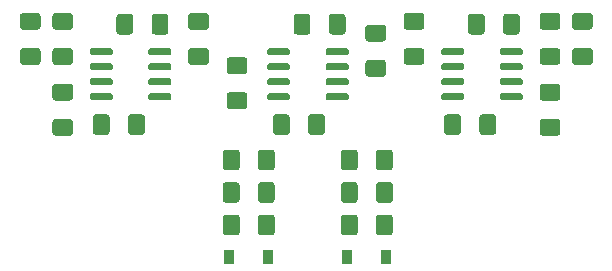
<source format=gbr>
%TF.GenerationSoftware,KiCad,Pcbnew,(5.1.6-0)*%
%TF.CreationDate,2023-05-11T16:08:50-07:00*%
%TF.ProjectId,input_buffer_RCA,696e7075-745f-4627-9566-6665725f5243,rev?*%
%TF.SameCoordinates,Original*%
%TF.FileFunction,Paste,Top*%
%TF.FilePolarity,Positive*%
%FSLAX46Y46*%
G04 Gerber Fmt 4.6, Leading zero omitted, Abs format (unit mm)*
G04 Created by KiCad (PCBNEW (5.1.6-0)) date 2023-05-11 16:08:50*
%MOMM*%
%LPD*%
G01*
G04 APERTURE LIST*
%ADD10R,0.900000X1.200000*%
G04 APERTURE END LIST*
D10*
%TO.C,D2*%
X131650000Y-133750000D03*
X128350000Y-133750000D03*
%TD*%
%TO.C,D1*%
X118350000Y-133750000D03*
X121650000Y-133750000D03*
%TD*%
%TO.C,U3*%
G36*
G01*
X141250000Y-116495000D02*
X141250000Y-116195000D01*
G75*
G02*
X141400000Y-116045000I150000J0D01*
G01*
X143050000Y-116045000D01*
G75*
G02*
X143200000Y-116195000I0J-150000D01*
G01*
X143200000Y-116495000D01*
G75*
G02*
X143050000Y-116645000I-150000J0D01*
G01*
X141400000Y-116645000D01*
G75*
G02*
X141250000Y-116495000I0J150000D01*
G01*
G37*
G36*
G01*
X141250000Y-117765000D02*
X141250000Y-117465000D01*
G75*
G02*
X141400000Y-117315000I150000J0D01*
G01*
X143050000Y-117315000D01*
G75*
G02*
X143200000Y-117465000I0J-150000D01*
G01*
X143200000Y-117765000D01*
G75*
G02*
X143050000Y-117915000I-150000J0D01*
G01*
X141400000Y-117915000D01*
G75*
G02*
X141250000Y-117765000I0J150000D01*
G01*
G37*
G36*
G01*
X141250000Y-119035000D02*
X141250000Y-118735000D01*
G75*
G02*
X141400000Y-118585000I150000J0D01*
G01*
X143050000Y-118585000D01*
G75*
G02*
X143200000Y-118735000I0J-150000D01*
G01*
X143200000Y-119035000D01*
G75*
G02*
X143050000Y-119185000I-150000J0D01*
G01*
X141400000Y-119185000D01*
G75*
G02*
X141250000Y-119035000I0J150000D01*
G01*
G37*
G36*
G01*
X141250000Y-120305000D02*
X141250000Y-120005000D01*
G75*
G02*
X141400000Y-119855000I150000J0D01*
G01*
X143050000Y-119855000D01*
G75*
G02*
X143200000Y-120005000I0J-150000D01*
G01*
X143200000Y-120305000D01*
G75*
G02*
X143050000Y-120455000I-150000J0D01*
G01*
X141400000Y-120455000D01*
G75*
G02*
X141250000Y-120305000I0J150000D01*
G01*
G37*
G36*
G01*
X136300000Y-120305000D02*
X136300000Y-120005000D01*
G75*
G02*
X136450000Y-119855000I150000J0D01*
G01*
X138100000Y-119855000D01*
G75*
G02*
X138250000Y-120005000I0J-150000D01*
G01*
X138250000Y-120305000D01*
G75*
G02*
X138100000Y-120455000I-150000J0D01*
G01*
X136450000Y-120455000D01*
G75*
G02*
X136300000Y-120305000I0J150000D01*
G01*
G37*
G36*
G01*
X136300000Y-119035000D02*
X136300000Y-118735000D01*
G75*
G02*
X136450000Y-118585000I150000J0D01*
G01*
X138100000Y-118585000D01*
G75*
G02*
X138250000Y-118735000I0J-150000D01*
G01*
X138250000Y-119035000D01*
G75*
G02*
X138100000Y-119185000I-150000J0D01*
G01*
X136450000Y-119185000D01*
G75*
G02*
X136300000Y-119035000I0J150000D01*
G01*
G37*
G36*
G01*
X136300000Y-117765000D02*
X136300000Y-117465000D01*
G75*
G02*
X136450000Y-117315000I150000J0D01*
G01*
X138100000Y-117315000D01*
G75*
G02*
X138250000Y-117465000I0J-150000D01*
G01*
X138250000Y-117765000D01*
G75*
G02*
X138100000Y-117915000I-150000J0D01*
G01*
X136450000Y-117915000D01*
G75*
G02*
X136300000Y-117765000I0J150000D01*
G01*
G37*
G36*
G01*
X136300000Y-116495000D02*
X136300000Y-116195000D01*
G75*
G02*
X136450000Y-116045000I150000J0D01*
G01*
X138100000Y-116045000D01*
G75*
G02*
X138250000Y-116195000I0J-150000D01*
G01*
X138250000Y-116495000D01*
G75*
G02*
X138100000Y-116645000I-150000J0D01*
G01*
X136450000Y-116645000D01*
G75*
G02*
X136300000Y-116495000I0J150000D01*
G01*
G37*
%TD*%
%TO.C,U2*%
G36*
G01*
X111500000Y-116495000D02*
X111500000Y-116195000D01*
G75*
G02*
X111650000Y-116045000I150000J0D01*
G01*
X113300000Y-116045000D01*
G75*
G02*
X113450000Y-116195000I0J-150000D01*
G01*
X113450000Y-116495000D01*
G75*
G02*
X113300000Y-116645000I-150000J0D01*
G01*
X111650000Y-116645000D01*
G75*
G02*
X111500000Y-116495000I0J150000D01*
G01*
G37*
G36*
G01*
X111500000Y-117765000D02*
X111500000Y-117465000D01*
G75*
G02*
X111650000Y-117315000I150000J0D01*
G01*
X113300000Y-117315000D01*
G75*
G02*
X113450000Y-117465000I0J-150000D01*
G01*
X113450000Y-117765000D01*
G75*
G02*
X113300000Y-117915000I-150000J0D01*
G01*
X111650000Y-117915000D01*
G75*
G02*
X111500000Y-117765000I0J150000D01*
G01*
G37*
G36*
G01*
X111500000Y-119035000D02*
X111500000Y-118735000D01*
G75*
G02*
X111650000Y-118585000I150000J0D01*
G01*
X113300000Y-118585000D01*
G75*
G02*
X113450000Y-118735000I0J-150000D01*
G01*
X113450000Y-119035000D01*
G75*
G02*
X113300000Y-119185000I-150000J0D01*
G01*
X111650000Y-119185000D01*
G75*
G02*
X111500000Y-119035000I0J150000D01*
G01*
G37*
G36*
G01*
X111500000Y-120305000D02*
X111500000Y-120005000D01*
G75*
G02*
X111650000Y-119855000I150000J0D01*
G01*
X113300000Y-119855000D01*
G75*
G02*
X113450000Y-120005000I0J-150000D01*
G01*
X113450000Y-120305000D01*
G75*
G02*
X113300000Y-120455000I-150000J0D01*
G01*
X111650000Y-120455000D01*
G75*
G02*
X111500000Y-120305000I0J150000D01*
G01*
G37*
G36*
G01*
X106550000Y-120305000D02*
X106550000Y-120005000D01*
G75*
G02*
X106700000Y-119855000I150000J0D01*
G01*
X108350000Y-119855000D01*
G75*
G02*
X108500000Y-120005000I0J-150000D01*
G01*
X108500000Y-120305000D01*
G75*
G02*
X108350000Y-120455000I-150000J0D01*
G01*
X106700000Y-120455000D01*
G75*
G02*
X106550000Y-120305000I0J150000D01*
G01*
G37*
G36*
G01*
X106550000Y-119035000D02*
X106550000Y-118735000D01*
G75*
G02*
X106700000Y-118585000I150000J0D01*
G01*
X108350000Y-118585000D01*
G75*
G02*
X108500000Y-118735000I0J-150000D01*
G01*
X108500000Y-119035000D01*
G75*
G02*
X108350000Y-119185000I-150000J0D01*
G01*
X106700000Y-119185000D01*
G75*
G02*
X106550000Y-119035000I0J150000D01*
G01*
G37*
G36*
G01*
X106550000Y-117765000D02*
X106550000Y-117465000D01*
G75*
G02*
X106700000Y-117315000I150000J0D01*
G01*
X108350000Y-117315000D01*
G75*
G02*
X108500000Y-117465000I0J-150000D01*
G01*
X108500000Y-117765000D01*
G75*
G02*
X108350000Y-117915000I-150000J0D01*
G01*
X106700000Y-117915000D01*
G75*
G02*
X106550000Y-117765000I0J150000D01*
G01*
G37*
G36*
G01*
X106550000Y-116495000D02*
X106550000Y-116195000D01*
G75*
G02*
X106700000Y-116045000I150000J0D01*
G01*
X108350000Y-116045000D01*
G75*
G02*
X108500000Y-116195000I0J-150000D01*
G01*
X108500000Y-116495000D01*
G75*
G02*
X108350000Y-116645000I-150000J0D01*
G01*
X106700000Y-116645000D01*
G75*
G02*
X106550000Y-116495000I0J150000D01*
G01*
G37*
%TD*%
%TO.C,U1*%
G36*
G01*
X126500000Y-116495000D02*
X126500000Y-116195000D01*
G75*
G02*
X126650000Y-116045000I150000J0D01*
G01*
X128300000Y-116045000D01*
G75*
G02*
X128450000Y-116195000I0J-150000D01*
G01*
X128450000Y-116495000D01*
G75*
G02*
X128300000Y-116645000I-150000J0D01*
G01*
X126650000Y-116645000D01*
G75*
G02*
X126500000Y-116495000I0J150000D01*
G01*
G37*
G36*
G01*
X126500000Y-117765000D02*
X126500000Y-117465000D01*
G75*
G02*
X126650000Y-117315000I150000J0D01*
G01*
X128300000Y-117315000D01*
G75*
G02*
X128450000Y-117465000I0J-150000D01*
G01*
X128450000Y-117765000D01*
G75*
G02*
X128300000Y-117915000I-150000J0D01*
G01*
X126650000Y-117915000D01*
G75*
G02*
X126500000Y-117765000I0J150000D01*
G01*
G37*
G36*
G01*
X126500000Y-119035000D02*
X126500000Y-118735000D01*
G75*
G02*
X126650000Y-118585000I150000J0D01*
G01*
X128300000Y-118585000D01*
G75*
G02*
X128450000Y-118735000I0J-150000D01*
G01*
X128450000Y-119035000D01*
G75*
G02*
X128300000Y-119185000I-150000J0D01*
G01*
X126650000Y-119185000D01*
G75*
G02*
X126500000Y-119035000I0J150000D01*
G01*
G37*
G36*
G01*
X126500000Y-120305000D02*
X126500000Y-120005000D01*
G75*
G02*
X126650000Y-119855000I150000J0D01*
G01*
X128300000Y-119855000D01*
G75*
G02*
X128450000Y-120005000I0J-150000D01*
G01*
X128450000Y-120305000D01*
G75*
G02*
X128300000Y-120455000I-150000J0D01*
G01*
X126650000Y-120455000D01*
G75*
G02*
X126500000Y-120305000I0J150000D01*
G01*
G37*
G36*
G01*
X121550000Y-120305000D02*
X121550000Y-120005000D01*
G75*
G02*
X121700000Y-119855000I150000J0D01*
G01*
X123350000Y-119855000D01*
G75*
G02*
X123500000Y-120005000I0J-150000D01*
G01*
X123500000Y-120305000D01*
G75*
G02*
X123350000Y-120455000I-150000J0D01*
G01*
X121700000Y-120455000D01*
G75*
G02*
X121550000Y-120305000I0J150000D01*
G01*
G37*
G36*
G01*
X121550000Y-119035000D02*
X121550000Y-118735000D01*
G75*
G02*
X121700000Y-118585000I150000J0D01*
G01*
X123350000Y-118585000D01*
G75*
G02*
X123500000Y-118735000I0J-150000D01*
G01*
X123500000Y-119035000D01*
G75*
G02*
X123350000Y-119185000I-150000J0D01*
G01*
X121700000Y-119185000D01*
G75*
G02*
X121550000Y-119035000I0J150000D01*
G01*
G37*
G36*
G01*
X121550000Y-117765000D02*
X121550000Y-117465000D01*
G75*
G02*
X121700000Y-117315000I150000J0D01*
G01*
X123350000Y-117315000D01*
G75*
G02*
X123500000Y-117465000I0J-150000D01*
G01*
X123500000Y-117765000D01*
G75*
G02*
X123350000Y-117915000I-150000J0D01*
G01*
X121700000Y-117915000D01*
G75*
G02*
X121550000Y-117765000I0J150000D01*
G01*
G37*
G36*
G01*
X121550000Y-116495000D02*
X121550000Y-116195000D01*
G75*
G02*
X121700000Y-116045000I150000J0D01*
G01*
X123350000Y-116045000D01*
G75*
G02*
X123500000Y-116195000I0J-150000D01*
G01*
X123500000Y-116495000D01*
G75*
G02*
X123350000Y-116645000I-150000J0D01*
G01*
X121700000Y-116645000D01*
G75*
G02*
X121550000Y-116495000I0J150000D01*
G01*
G37*
%TD*%
%TO.C,R14*%
G36*
G01*
X147625000Y-116025000D02*
X148875000Y-116025000D01*
G75*
G02*
X149125000Y-116275000I0J-250000D01*
G01*
X149125000Y-117200000D01*
G75*
G02*
X148875000Y-117450000I-250000J0D01*
G01*
X147625000Y-117450000D01*
G75*
G02*
X147375000Y-117200000I0J250000D01*
G01*
X147375000Y-116275000D01*
G75*
G02*
X147625000Y-116025000I250000J0D01*
G01*
G37*
G36*
G01*
X147625000Y-113050000D02*
X148875000Y-113050000D01*
G75*
G02*
X149125000Y-113300000I0J-250000D01*
G01*
X149125000Y-114225000D01*
G75*
G02*
X148875000Y-114475000I-250000J0D01*
G01*
X147625000Y-114475000D01*
G75*
G02*
X147375000Y-114225000I0J250000D01*
G01*
X147375000Y-113300000D01*
G75*
G02*
X147625000Y-113050000I250000J0D01*
G01*
G37*
%TD*%
%TO.C,R13*%
G36*
G01*
X133375000Y-116025000D02*
X134625000Y-116025000D01*
G75*
G02*
X134875000Y-116275000I0J-250000D01*
G01*
X134875000Y-117200000D01*
G75*
G02*
X134625000Y-117450000I-250000J0D01*
G01*
X133375000Y-117450000D01*
G75*
G02*
X133125000Y-117200000I0J250000D01*
G01*
X133125000Y-116275000D01*
G75*
G02*
X133375000Y-116025000I250000J0D01*
G01*
G37*
G36*
G01*
X133375000Y-113050000D02*
X134625000Y-113050000D01*
G75*
G02*
X134875000Y-113300000I0J-250000D01*
G01*
X134875000Y-114225000D01*
G75*
G02*
X134625000Y-114475000I-250000J0D01*
G01*
X133375000Y-114475000D01*
G75*
G02*
X133125000Y-114225000I0J250000D01*
G01*
X133125000Y-113300000D01*
G75*
G02*
X133375000Y-113050000I250000J0D01*
G01*
G37*
%TD*%
%TO.C,R12*%
G36*
G01*
X115125000Y-116025000D02*
X116375000Y-116025000D01*
G75*
G02*
X116625000Y-116275000I0J-250000D01*
G01*
X116625000Y-117200000D01*
G75*
G02*
X116375000Y-117450000I-250000J0D01*
G01*
X115125000Y-117450000D01*
G75*
G02*
X114875000Y-117200000I0J250000D01*
G01*
X114875000Y-116275000D01*
G75*
G02*
X115125000Y-116025000I250000J0D01*
G01*
G37*
G36*
G01*
X115125000Y-113050000D02*
X116375000Y-113050000D01*
G75*
G02*
X116625000Y-113300000I0J-250000D01*
G01*
X116625000Y-114225000D01*
G75*
G02*
X116375000Y-114475000I-250000J0D01*
G01*
X115125000Y-114475000D01*
G75*
G02*
X114875000Y-114225000I0J250000D01*
G01*
X114875000Y-113300000D01*
G75*
G02*
X115125000Y-113050000I250000J0D01*
G01*
G37*
%TD*%
%TO.C,R11*%
G36*
G01*
X100875000Y-116025000D02*
X102125000Y-116025000D01*
G75*
G02*
X102375000Y-116275000I0J-250000D01*
G01*
X102375000Y-117200000D01*
G75*
G02*
X102125000Y-117450000I-250000J0D01*
G01*
X100875000Y-117450000D01*
G75*
G02*
X100625000Y-117200000I0J250000D01*
G01*
X100625000Y-116275000D01*
G75*
G02*
X100875000Y-116025000I250000J0D01*
G01*
G37*
G36*
G01*
X100875000Y-113050000D02*
X102125000Y-113050000D01*
G75*
G02*
X102375000Y-113300000I0J-250000D01*
G01*
X102375000Y-114225000D01*
G75*
G02*
X102125000Y-114475000I-250000J0D01*
G01*
X100875000Y-114475000D01*
G75*
G02*
X100625000Y-114225000I0J250000D01*
G01*
X100625000Y-113300000D01*
G75*
G02*
X100875000Y-113050000I250000J0D01*
G01*
G37*
%TD*%
%TO.C,R10*%
G36*
G01*
X144875000Y-116025000D02*
X146125000Y-116025000D01*
G75*
G02*
X146375000Y-116275000I0J-250000D01*
G01*
X146375000Y-117200000D01*
G75*
G02*
X146125000Y-117450000I-250000J0D01*
G01*
X144875000Y-117450000D01*
G75*
G02*
X144625000Y-117200000I0J250000D01*
G01*
X144625000Y-116275000D01*
G75*
G02*
X144875000Y-116025000I250000J0D01*
G01*
G37*
G36*
G01*
X144875000Y-113050000D02*
X146125000Y-113050000D01*
G75*
G02*
X146375000Y-113300000I0J-250000D01*
G01*
X146375000Y-114225000D01*
G75*
G02*
X146125000Y-114475000I-250000J0D01*
G01*
X144875000Y-114475000D01*
G75*
G02*
X144625000Y-114225000I0J250000D01*
G01*
X144625000Y-113300000D01*
G75*
G02*
X144875000Y-113050000I250000J0D01*
G01*
G37*
%TD*%
%TO.C,R9*%
G36*
G01*
X103625000Y-116025000D02*
X104875000Y-116025000D01*
G75*
G02*
X105125000Y-116275000I0J-250000D01*
G01*
X105125000Y-117200000D01*
G75*
G02*
X104875000Y-117450000I-250000J0D01*
G01*
X103625000Y-117450000D01*
G75*
G02*
X103375000Y-117200000I0J250000D01*
G01*
X103375000Y-116275000D01*
G75*
G02*
X103625000Y-116025000I250000J0D01*
G01*
G37*
G36*
G01*
X103625000Y-113050000D02*
X104875000Y-113050000D01*
G75*
G02*
X105125000Y-113300000I0J-250000D01*
G01*
X105125000Y-114225000D01*
G75*
G02*
X104875000Y-114475000I-250000J0D01*
G01*
X103625000Y-114475000D01*
G75*
G02*
X103375000Y-114225000I0J250000D01*
G01*
X103375000Y-113300000D01*
G75*
G02*
X103625000Y-113050000I250000J0D01*
G01*
G37*
%TD*%
%TO.C,R8*%
G36*
G01*
X146125000Y-120475000D02*
X144875000Y-120475000D01*
G75*
G02*
X144625000Y-120225000I0J250000D01*
G01*
X144625000Y-119300000D01*
G75*
G02*
X144875000Y-119050000I250000J0D01*
G01*
X146125000Y-119050000D01*
G75*
G02*
X146375000Y-119300000I0J-250000D01*
G01*
X146375000Y-120225000D01*
G75*
G02*
X146125000Y-120475000I-250000J0D01*
G01*
G37*
G36*
G01*
X146125000Y-123450000D02*
X144875000Y-123450000D01*
G75*
G02*
X144625000Y-123200000I0J250000D01*
G01*
X144625000Y-122275000D01*
G75*
G02*
X144875000Y-122025000I250000J0D01*
G01*
X146125000Y-122025000D01*
G75*
G02*
X146375000Y-122275000I0J-250000D01*
G01*
X146375000Y-123200000D01*
G75*
G02*
X146125000Y-123450000I-250000J0D01*
G01*
G37*
%TD*%
%TO.C,R7*%
G36*
G01*
X104875000Y-120475000D02*
X103625000Y-120475000D01*
G75*
G02*
X103375000Y-120225000I0J250000D01*
G01*
X103375000Y-119300000D01*
G75*
G02*
X103625000Y-119050000I250000J0D01*
G01*
X104875000Y-119050000D01*
G75*
G02*
X105125000Y-119300000I0J-250000D01*
G01*
X105125000Y-120225000D01*
G75*
G02*
X104875000Y-120475000I-250000J0D01*
G01*
G37*
G36*
G01*
X104875000Y-123450000D02*
X103625000Y-123450000D01*
G75*
G02*
X103375000Y-123200000I0J250000D01*
G01*
X103375000Y-122275000D01*
G75*
G02*
X103625000Y-122025000I250000J0D01*
G01*
X104875000Y-122025000D01*
G75*
G02*
X105125000Y-122275000I0J-250000D01*
G01*
X105125000Y-123200000D01*
G75*
G02*
X104875000Y-123450000I-250000J0D01*
G01*
G37*
%TD*%
%TO.C,R6*%
G36*
G01*
X130125000Y-117025000D02*
X131375000Y-117025000D01*
G75*
G02*
X131625000Y-117275000I0J-250000D01*
G01*
X131625000Y-118200000D01*
G75*
G02*
X131375000Y-118450000I-250000J0D01*
G01*
X130125000Y-118450000D01*
G75*
G02*
X129875000Y-118200000I0J250000D01*
G01*
X129875000Y-117275000D01*
G75*
G02*
X130125000Y-117025000I250000J0D01*
G01*
G37*
G36*
G01*
X130125000Y-114050000D02*
X131375000Y-114050000D01*
G75*
G02*
X131625000Y-114300000I0J-250000D01*
G01*
X131625000Y-115225000D01*
G75*
G02*
X131375000Y-115475000I-250000J0D01*
G01*
X130125000Y-115475000D01*
G75*
G02*
X129875000Y-115225000I0J250000D01*
G01*
X129875000Y-114300000D01*
G75*
G02*
X130125000Y-114050000I250000J0D01*
G01*
G37*
%TD*%
%TO.C,R5*%
G36*
G01*
X119625000Y-118225000D02*
X118375000Y-118225000D01*
G75*
G02*
X118125000Y-117975000I0J250000D01*
G01*
X118125000Y-117050000D01*
G75*
G02*
X118375000Y-116800000I250000J0D01*
G01*
X119625000Y-116800000D01*
G75*
G02*
X119875000Y-117050000I0J-250000D01*
G01*
X119875000Y-117975000D01*
G75*
G02*
X119625000Y-118225000I-250000J0D01*
G01*
G37*
G36*
G01*
X119625000Y-121200000D02*
X118375000Y-121200000D01*
G75*
G02*
X118125000Y-120950000I0J250000D01*
G01*
X118125000Y-120025000D01*
G75*
G02*
X118375000Y-119775000I250000J0D01*
G01*
X119625000Y-119775000D01*
G75*
G02*
X119875000Y-120025000I0J-250000D01*
G01*
X119875000Y-120950000D01*
G75*
G02*
X119625000Y-121200000I-250000J0D01*
G01*
G37*
%TD*%
%TO.C,R4*%
G36*
G01*
X129225000Y-124875000D02*
X129225000Y-126125000D01*
G75*
G02*
X128975000Y-126375000I-250000J0D01*
G01*
X128050000Y-126375000D01*
G75*
G02*
X127800000Y-126125000I0J250000D01*
G01*
X127800000Y-124875000D01*
G75*
G02*
X128050000Y-124625000I250000J0D01*
G01*
X128975000Y-124625000D01*
G75*
G02*
X129225000Y-124875000I0J-250000D01*
G01*
G37*
G36*
G01*
X132200000Y-124875000D02*
X132200000Y-126125000D01*
G75*
G02*
X131950000Y-126375000I-250000J0D01*
G01*
X131025000Y-126375000D01*
G75*
G02*
X130775000Y-126125000I0J250000D01*
G01*
X130775000Y-124875000D01*
G75*
G02*
X131025000Y-124625000I250000J0D01*
G01*
X131950000Y-124625000D01*
G75*
G02*
X132200000Y-124875000I0J-250000D01*
G01*
G37*
%TD*%
%TO.C,R3*%
G36*
G01*
X120775000Y-126125000D02*
X120775000Y-124875000D01*
G75*
G02*
X121025000Y-124625000I250000J0D01*
G01*
X121950000Y-124625000D01*
G75*
G02*
X122200000Y-124875000I0J-250000D01*
G01*
X122200000Y-126125000D01*
G75*
G02*
X121950000Y-126375000I-250000J0D01*
G01*
X121025000Y-126375000D01*
G75*
G02*
X120775000Y-126125000I0J250000D01*
G01*
G37*
G36*
G01*
X117800000Y-126125000D02*
X117800000Y-124875000D01*
G75*
G02*
X118050000Y-124625000I250000J0D01*
G01*
X118975000Y-124625000D01*
G75*
G02*
X119225000Y-124875000I0J-250000D01*
G01*
X119225000Y-126125000D01*
G75*
G02*
X118975000Y-126375000I-250000J0D01*
G01*
X118050000Y-126375000D01*
G75*
G02*
X117800000Y-126125000I0J250000D01*
G01*
G37*
%TD*%
%TO.C,R2*%
G36*
G01*
X130775000Y-131625000D02*
X130775000Y-130375000D01*
G75*
G02*
X131025000Y-130125000I250000J0D01*
G01*
X131950000Y-130125000D01*
G75*
G02*
X132200000Y-130375000I0J-250000D01*
G01*
X132200000Y-131625000D01*
G75*
G02*
X131950000Y-131875000I-250000J0D01*
G01*
X131025000Y-131875000D01*
G75*
G02*
X130775000Y-131625000I0J250000D01*
G01*
G37*
G36*
G01*
X127800000Y-131625000D02*
X127800000Y-130375000D01*
G75*
G02*
X128050000Y-130125000I250000J0D01*
G01*
X128975000Y-130125000D01*
G75*
G02*
X129225000Y-130375000I0J-250000D01*
G01*
X129225000Y-131625000D01*
G75*
G02*
X128975000Y-131875000I-250000J0D01*
G01*
X128050000Y-131875000D01*
G75*
G02*
X127800000Y-131625000I0J250000D01*
G01*
G37*
%TD*%
%TO.C,R1*%
G36*
G01*
X119225000Y-130375000D02*
X119225000Y-131625000D01*
G75*
G02*
X118975000Y-131875000I-250000J0D01*
G01*
X118050000Y-131875000D01*
G75*
G02*
X117800000Y-131625000I0J250000D01*
G01*
X117800000Y-130375000D01*
G75*
G02*
X118050000Y-130125000I250000J0D01*
G01*
X118975000Y-130125000D01*
G75*
G02*
X119225000Y-130375000I0J-250000D01*
G01*
G37*
G36*
G01*
X122200000Y-130375000D02*
X122200000Y-131625000D01*
G75*
G02*
X121950000Y-131875000I-250000J0D01*
G01*
X121025000Y-131875000D01*
G75*
G02*
X120775000Y-131625000I0J250000D01*
G01*
X120775000Y-130375000D01*
G75*
G02*
X121025000Y-130125000I250000J0D01*
G01*
X121950000Y-130125000D01*
G75*
G02*
X122200000Y-130375000I0J-250000D01*
G01*
G37*
%TD*%
%TO.C,C8*%
G36*
G01*
X139525000Y-123125000D02*
X139525000Y-121875000D01*
G75*
G02*
X139775000Y-121625000I250000J0D01*
G01*
X140700000Y-121625000D01*
G75*
G02*
X140950000Y-121875000I0J-250000D01*
G01*
X140950000Y-123125000D01*
G75*
G02*
X140700000Y-123375000I-250000J0D01*
G01*
X139775000Y-123375000D01*
G75*
G02*
X139525000Y-123125000I0J250000D01*
G01*
G37*
G36*
G01*
X136550000Y-123125000D02*
X136550000Y-121875000D01*
G75*
G02*
X136800000Y-121625000I250000J0D01*
G01*
X137725000Y-121625000D01*
G75*
G02*
X137975000Y-121875000I0J-250000D01*
G01*
X137975000Y-123125000D01*
G75*
G02*
X137725000Y-123375000I-250000J0D01*
G01*
X136800000Y-123375000D01*
G75*
G02*
X136550000Y-123125000I0J250000D01*
G01*
G37*
%TD*%
%TO.C,C7*%
G36*
G01*
X109775000Y-123125000D02*
X109775000Y-121875000D01*
G75*
G02*
X110025000Y-121625000I250000J0D01*
G01*
X110950000Y-121625000D01*
G75*
G02*
X111200000Y-121875000I0J-250000D01*
G01*
X111200000Y-123125000D01*
G75*
G02*
X110950000Y-123375000I-250000J0D01*
G01*
X110025000Y-123375000D01*
G75*
G02*
X109775000Y-123125000I0J250000D01*
G01*
G37*
G36*
G01*
X106800000Y-123125000D02*
X106800000Y-121875000D01*
G75*
G02*
X107050000Y-121625000I250000J0D01*
G01*
X107975000Y-121625000D01*
G75*
G02*
X108225000Y-121875000I0J-250000D01*
G01*
X108225000Y-123125000D01*
G75*
G02*
X107975000Y-123375000I-250000J0D01*
G01*
X107050000Y-123375000D01*
G75*
G02*
X106800000Y-123125000I0J250000D01*
G01*
G37*
%TD*%
%TO.C,C6*%
G36*
G01*
X125025000Y-123125000D02*
X125025000Y-121875000D01*
G75*
G02*
X125275000Y-121625000I250000J0D01*
G01*
X126200000Y-121625000D01*
G75*
G02*
X126450000Y-121875000I0J-250000D01*
G01*
X126450000Y-123125000D01*
G75*
G02*
X126200000Y-123375000I-250000J0D01*
G01*
X125275000Y-123375000D01*
G75*
G02*
X125025000Y-123125000I0J250000D01*
G01*
G37*
G36*
G01*
X122050000Y-123125000D02*
X122050000Y-121875000D01*
G75*
G02*
X122300000Y-121625000I250000J0D01*
G01*
X123225000Y-121625000D01*
G75*
G02*
X123475000Y-121875000I0J-250000D01*
G01*
X123475000Y-123125000D01*
G75*
G02*
X123225000Y-123375000I-250000J0D01*
G01*
X122300000Y-123375000D01*
G75*
G02*
X122050000Y-123125000I0J250000D01*
G01*
G37*
%TD*%
%TO.C,C5*%
G36*
G01*
X111775000Y-114625000D02*
X111775000Y-113375000D01*
G75*
G02*
X112025000Y-113125000I250000J0D01*
G01*
X112950000Y-113125000D01*
G75*
G02*
X113200000Y-113375000I0J-250000D01*
G01*
X113200000Y-114625000D01*
G75*
G02*
X112950000Y-114875000I-250000J0D01*
G01*
X112025000Y-114875000D01*
G75*
G02*
X111775000Y-114625000I0J250000D01*
G01*
G37*
G36*
G01*
X108800000Y-114625000D02*
X108800000Y-113375000D01*
G75*
G02*
X109050000Y-113125000I250000J0D01*
G01*
X109975000Y-113125000D01*
G75*
G02*
X110225000Y-113375000I0J-250000D01*
G01*
X110225000Y-114625000D01*
G75*
G02*
X109975000Y-114875000I-250000J0D01*
G01*
X109050000Y-114875000D01*
G75*
G02*
X108800000Y-114625000I0J250000D01*
G01*
G37*
%TD*%
%TO.C,C4*%
G36*
G01*
X141525000Y-114625000D02*
X141525000Y-113375000D01*
G75*
G02*
X141775000Y-113125000I250000J0D01*
G01*
X142700000Y-113125000D01*
G75*
G02*
X142950000Y-113375000I0J-250000D01*
G01*
X142950000Y-114625000D01*
G75*
G02*
X142700000Y-114875000I-250000J0D01*
G01*
X141775000Y-114875000D01*
G75*
G02*
X141525000Y-114625000I0J250000D01*
G01*
G37*
G36*
G01*
X138550000Y-114625000D02*
X138550000Y-113375000D01*
G75*
G02*
X138800000Y-113125000I250000J0D01*
G01*
X139725000Y-113125000D01*
G75*
G02*
X139975000Y-113375000I0J-250000D01*
G01*
X139975000Y-114625000D01*
G75*
G02*
X139725000Y-114875000I-250000J0D01*
G01*
X138800000Y-114875000D01*
G75*
G02*
X138550000Y-114625000I0J250000D01*
G01*
G37*
%TD*%
%TO.C,C3*%
G36*
G01*
X126775000Y-114625000D02*
X126775000Y-113375000D01*
G75*
G02*
X127025000Y-113125000I250000J0D01*
G01*
X127950000Y-113125000D01*
G75*
G02*
X128200000Y-113375000I0J-250000D01*
G01*
X128200000Y-114625000D01*
G75*
G02*
X127950000Y-114875000I-250000J0D01*
G01*
X127025000Y-114875000D01*
G75*
G02*
X126775000Y-114625000I0J250000D01*
G01*
G37*
G36*
G01*
X123800000Y-114625000D02*
X123800000Y-113375000D01*
G75*
G02*
X124050000Y-113125000I250000J0D01*
G01*
X124975000Y-113125000D01*
G75*
G02*
X125225000Y-113375000I0J-250000D01*
G01*
X125225000Y-114625000D01*
G75*
G02*
X124975000Y-114875000I-250000J0D01*
G01*
X124050000Y-114875000D01*
G75*
G02*
X123800000Y-114625000I0J250000D01*
G01*
G37*
%TD*%
%TO.C,C2*%
G36*
G01*
X129225000Y-127625000D02*
X129225000Y-128875000D01*
G75*
G02*
X128975000Y-129125000I-250000J0D01*
G01*
X128050000Y-129125000D01*
G75*
G02*
X127800000Y-128875000I0J250000D01*
G01*
X127800000Y-127625000D01*
G75*
G02*
X128050000Y-127375000I250000J0D01*
G01*
X128975000Y-127375000D01*
G75*
G02*
X129225000Y-127625000I0J-250000D01*
G01*
G37*
G36*
G01*
X132200000Y-127625000D02*
X132200000Y-128875000D01*
G75*
G02*
X131950000Y-129125000I-250000J0D01*
G01*
X131025000Y-129125000D01*
G75*
G02*
X130775000Y-128875000I0J250000D01*
G01*
X130775000Y-127625000D01*
G75*
G02*
X131025000Y-127375000I250000J0D01*
G01*
X131950000Y-127375000D01*
G75*
G02*
X132200000Y-127625000I0J-250000D01*
G01*
G37*
%TD*%
%TO.C,C1*%
G36*
G01*
X120775000Y-128875000D02*
X120775000Y-127625000D01*
G75*
G02*
X121025000Y-127375000I250000J0D01*
G01*
X121950000Y-127375000D01*
G75*
G02*
X122200000Y-127625000I0J-250000D01*
G01*
X122200000Y-128875000D01*
G75*
G02*
X121950000Y-129125000I-250000J0D01*
G01*
X121025000Y-129125000D01*
G75*
G02*
X120775000Y-128875000I0J250000D01*
G01*
G37*
G36*
G01*
X117800000Y-128875000D02*
X117800000Y-127625000D01*
G75*
G02*
X118050000Y-127375000I250000J0D01*
G01*
X118975000Y-127375000D01*
G75*
G02*
X119225000Y-127625000I0J-250000D01*
G01*
X119225000Y-128875000D01*
G75*
G02*
X118975000Y-129125000I-250000J0D01*
G01*
X118050000Y-129125000D01*
G75*
G02*
X117800000Y-128875000I0J250000D01*
G01*
G37*
%TD*%
M02*

</source>
